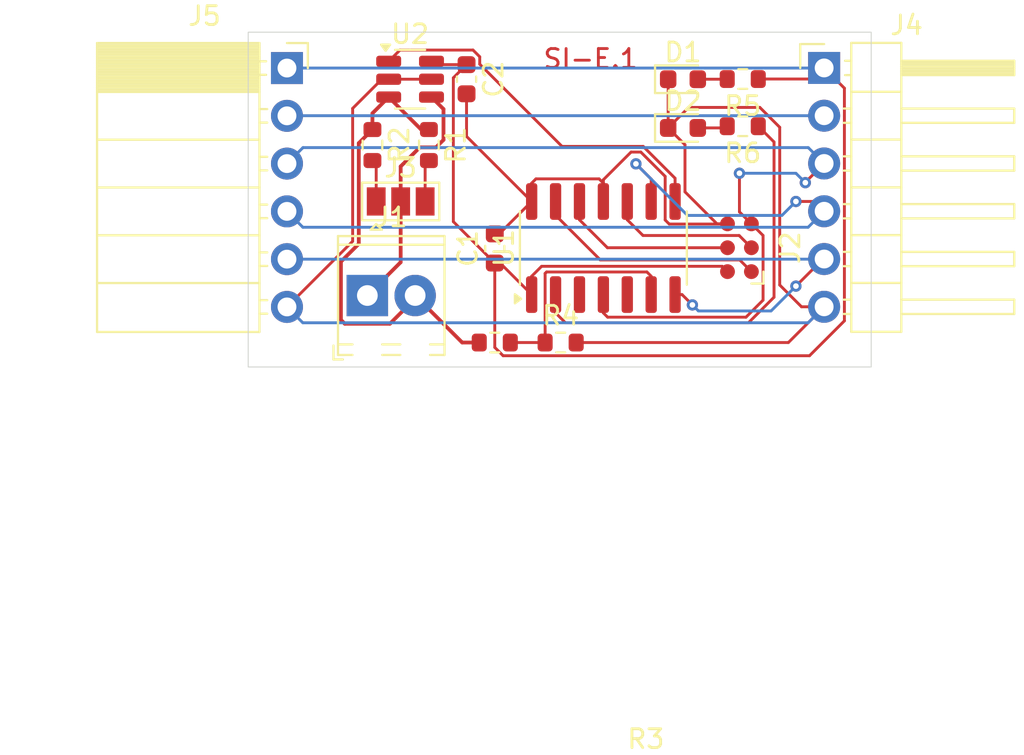
<source format=kicad_pcb>
(kicad_pcb (version 20240108) (generator "pcbnew") (generator_version "8.0")
  (layers (0 "F.Cu" signal) (31 "B.Cu" signal) (34 "B.Paste" user) (35 "F.Paste" user) (36 "B.SilkS" user "B.Silkscreen") (37 "F.SilkS" user "F.Silkscreen") (38 "B.Mask" user) (39 "F.Mask" user) (44 "Edge.Cuts" user))
  (net 0 "")
  (net 1 "+3V3")
  (net 2 "GND")
  (net 3 "Net-(D2-A)")
  (net 4 "/CS-")
  (net 5 "/CS+")
  (net 6 "/SPI_SCK")
  (net 7 "/SPI_MISO")
  (net 8 "/SPI_MOSI")
  (net 9 "/RESET")
  (net 10 "+5V")
  (net 11 "/I2C_SDA")
  (net 12 "/I2C_SCL")
  (net 13 "Net-(U1-PA7)")
  (net 14 "/STATUS")
  (net 16 "/CS_OUT")
  (net 18 "Net-(D1-A)")
  (net 19 "Net-(J3-Pin_3)")
  (net 20 "Net-(J3-Pin_1)")
  (footprint "Jumper:SolderJumper-3_P1.3mm_Open_Pad1.0x1.5mm" (layer "F.Cu") (at 149.5 101)
    (property "Reference" "J3" (at 0 -1.8 0) (layer "F.SilkS"))
    (property "Value" "Conn_01x03")
    (fp_line (start -2.05 -1) (end 2.05 -1) (stroke (width 0.12)) (layer "F.SilkS"))
    (fp_line (start -2.05 1) (end -2.05 -1) (stroke (width 0.12)) (layer "F.SilkS"))
    (fp_line (start -1.6 1.5) (end -1 1.5) (stroke (width 0.12)) (layer "F.SilkS"))
    (fp_line (start -1.3 1.2) (end -1.6 1.5) (stroke (width 0.12)) (layer "F.SilkS"))
    (fp_line (start -1.3 1.2) (end -1 1.5) (stroke (width 0.12)) (layer "F.SilkS"))
    (fp_line (start 2.05 -1) (end 2.05 1) (stroke (width 0.12)) (layer "F.SilkS"))
    (fp_line (start 2.05 1) (end -2.05 1) (stroke (width 0.12)) (layer "F.SilkS"))
    (pad "1" smd rect (at -1.3 0) (size 1 1.5) (layers "F.Cu" "F.Mask") (net 20 "Net-(J3-Pin_1)"))
    (pad "2" smd rect (at 0 0) (size 1 1.5) (layers "F.Cu" "F.Mask") (net 4 "/CS-"))
    (pad "3" smd rect (at 1.3 0) (size 1 1.5) (layers "F.Cu" "F.Mask") (net 19 "Net-(J3-Pin_3)"))
  )
  (footprint "Package_SO:SOIC-14_3.9x8.7mm_P1.27mm" (layer "F.Cu") (at 160.27 103.475 90)
    (property "Reference" "U1" (at 0 -5.28 90) (layer "F.SilkS"))
    (property "Value" "ATtiny841-SS")
    (fp_line (start 0 -4.435) (end 1.95 -4.435) (stroke (width 0.12)) (layer "F.SilkS"))
    (fp_line (start 0 -4.435) (end -1.95 -4.435) (stroke (width 0.12)) (layer "F.SilkS"))
    (fp_line (start 0 4.435) (end 1.95 4.435) (stroke (width 0.12)) (layer "F.SilkS"))
    (fp_line (start 0 4.435) (end -1.95 4.435) (stroke (width 0.12)) (layer "F.SilkS"))
    (fp_poly (pts (xy -2.7 -4.37) (xy -2.94 -4.7) (xy -2.46 -4.7) (xy -2.7 -4.37)) (stroke (width 0.12)) (fill solid) (layer "F.SilkS"))
    (pad "1" smd roundrect (at -2.475 -3.81 90) (size 1.95 0.6) (layers "F.Cu" "F.Paste" "F.Mask") (net 1 "+3V3"))
    (pad "2" smd roundrect (at -2.475 -2.54 90) (size 1.95 0.6) (layers "F.Cu" "F.Paste" "F.Mask") (net 14 "/STATUS"))
    (pad "3" smd roundrect (at -2.475 -1.27 90) (size 1.95 0.6) (layers "F.Cu" "F.Paste" "F.Mask"))
    (pad "4" smd roundrect (at -2.475 0 90) (size 1.95 0.6) (layers "F.Cu" "F.Paste" "F.Mask") (net 9 "/RESET"))
    (pad "5" smd roundrect (at -2.475 1.27 90) (size 1.95 0.6) (layers "F.Cu" "F.Paste" "F.Mask"))
    (pad "6" smd roundrect (at -2.475 2.54 90) (size 1.95 0.6) (layers "F.Cu" "F.Paste" "F.Mask") (net 13 "Net-(U1-PA7)"))
    (pad "7" smd roundrect (at -2.475 3.81 90) (size 1.95 0.6) (layers "F.Cu" "F.Paste" "F.Mask") (net 11 "/I2C_SDA"))
    (pad "8" smd roundrect (at 2.475 3.81 90) (size 1.95 0.6) (layers "F.Cu" "F.Paste" "F.Mask") (net 16 "/CS_OUT"))
    (pad "9" smd roundrect (at 2.475 2.54 90) (size 1.95 0.6) (layers "F.Cu" "F.Paste" "F.Mask") (net 12 "/I2C_SCL"))
    (pad "10" smd roundrect (at 2.475 1.27 90) (size 1.95 0.6) (layers "F.Cu" "F.Paste" "F.Mask") (net 6 "/SPI_SCK"))
    (pad "11" smd roundrect (at 2.475 0 90) (size 1.95 0.6) (layers "F.Cu" "F.Paste" "F.Mask") (net 2 "GND"))
    (pad "12" smd roundrect (at 2.475 -1.27 90) (size 1.95 0.6) (layers "F.Cu" "F.Paste" "F.Mask") (net 8 "/SPI_MOSI"))
    (pad "13" smd roundrect (at 2.475 -2.54 90) (size 1.95 0.6) (layers "F.Cu" "F.Paste" "F.Mask") (net 7 "/SPI_MISO"))
    (pad "14" smd roundrect (at 2.475 -3.81 90) (size 1.95 0.6) (layers "F.Cu" "F.Paste" "F.Mask") (net 2 "GND"))
  )
  (footprint "Connector:Tag-Connect_TC2030-IDC-NL_2x03_P1.27mm_Vertical" (layer "F.Cu") (at 167.5 103.46 90)
    (property "Reference" "J2" (at 0 2.7 90) (layer "F.SilkS"))
    (property "Value" "AVR-ISP-6")
    (fp_line (start -1.27 1.27) (end -1.905 1.27) (stroke (width 0.12)) (layer "F.SilkS"))
    (fp_line (start -1.905 1.27) (end -1.905 0.635) (stroke (width 0.12)) (layer "F.SilkS"))
    (pad "" np_thru_hole circle (at -2.54 0 90) (size 0.9906 0.9906) (drill 0.9906) (layers "*.Cu" "*.Mask"))
    (pad "" np_thru_hole circle (at 2.54 -1.016 90) (size 0.9906 0.9906) (drill 0.9906) (layers "*.Cu" "*.Mask"))
    (pad "" np_thru_hole circle (at 2.54 1.016 90) (size 0.9906 0.9906) (drill 0.9906) (layers "*.Cu" "*.Mask"))
    (pad "1" connect circle (at -1.27 0.635 90) (size 0.7874 0.7874) (layers "F.Cu" "F.Mask") (net 7 "/SPI_MISO"))
    (pad "2" connect circle (at -1.27 -0.635 90) (size 0.7874 0.7874) (layers "F.Cu" "F.Mask") (net 1 "+3V3"))
    (pad "3" connect circle (at 0 0.635 90) (size 0.7874 0.7874) (layers "F.Cu" "F.Mask") (net 6 "/SPI_SCK"))
    (pad "4" connect circle (at 0 -0.635 90) (size 0.7874 0.7874) (layers "F.Cu" "F.Mask") (net 8 "/SPI_MOSI"))
    (pad "5" connect circle (at 1.27 0.635 90) (size 0.7874 0.7874) (layers "F.Cu" "F.Mask") (net 9 "/RESET"))
    (pad "6" connect circle (at 1.27 -0.635 90) (size 0.7874 0.7874) (layers "F.Cu" "F.Mask") (net 2 "GND"))
  )
  (footprint "Resistor_SMD:R_0603_1608Metric" (layer "F.Cu") (at 167.675 97 180)
    (property "Reference" "R6" (at 0 -1.43 360) (layer "F.SilkS"))
    (property "Value" "330")
    (fp_line (start -0.237258 0.5225) (end 0.237258 0.5225) (stroke (width 0.12)) (layer "F.SilkS"))
    (fp_line (start -0.237258 -0.5225) (end 0.237258 -0.5225) (stroke (width 0.12)) (layer "F.SilkS"))
    (pad "1" smd roundrect (at -0.825 0 180) (size 0.8 0.95) (layers "F.Cu" "F.Paste" "F.Mask") (net 14 "/STATUS"))
    (pad "2" smd roundrect (at 0.825 0 180) (size 0.8 0.95) (layers "F.Cu" "F.Paste" "F.Mask") (net 3 "Net-(D2-A)"))
  )
  (footprint "Connector_PinSocket_2.54mm:PinSocket_1x06_P2.54mm_Horizontal" (layer "F.Cu") (at 143.458937 93.906666)
    (property "Reference" "J5" (at -4.38 -2.77 0) (layer "F.SilkS"))
    (property "Value" "Conn_01x06_Socket")
    (fp_line (start -10.09 -1.33) (end -10.09 14.03) (stroke (width 0.12)) (layer "F.SilkS"))
    (fp_line (start -10.09 -1.33) (end -1.46 -1.33) (stroke (width 0.12)) (layer "F.SilkS"))
    (fp_line (start -10.09 -1.21) (end -1.46 -1.21) (stroke (width 0.12)) (layer "F.SilkS"))
    (fp_line (start -10.09 -1.091905) (end -1.46 -1.091905) (stroke (width 0.12)) (layer "F.SilkS"))
    (fp_line (start -10.09 -0.97381) (end -1.46 -0.97381) (stroke (width 0.12)) (layer "F.SilkS"))
    (fp_line (start -10.09 -0.855715) (end -1.46 -0.855715) (stroke (width 0.12)) (layer "F.SilkS"))
    (fp_line (start -10.09 -0.73762) (end -1.46 -0.73762) (stroke (width 0.12)) (layer "F.SilkS"))
    (fp_line (start -10.09 -0.619525) (end -1.46 -0.619525) (stroke (width 0.12)) (layer "F.SilkS"))
    (fp_line (start -10.09 -0.50143) (end -1.46 -0.50143) (stroke (width 0.12)) (layer "F.SilkS"))
    (fp_line (start -10.09 -0.383335) (end -1.46 -0.383335) (stroke (width 0.12)) (layer "F.SilkS"))
    (fp_line (start -10.09 -0.26524) (end -1.46 -0.26524) (stroke (width 0.12)) (layer "F.SilkS"))
    (fp_line (start -10.09 -0.147145) (end -1.46 -0.147145) (stroke (width 0.12)) (layer "F.SilkS"))
    (fp_line (start -10.09 -0.02905) (end -1.46 -0.02905) (stroke (width 0.12)) (layer "F.SilkS"))
    (fp_line (start -10.09 0.089045) (end -1.46 0.089045) (stroke (width 0.12)) (layer "F.SilkS"))
    (fp_line (start -10.09 0.20714) (end -1.46 0.20714) (stroke (width 0.12)) (layer "F.SilkS"))
    (fp_line (start -10.09 0.325235) (end -1.46 0.325235) (stroke (width 0.12)) (layer "F.SilkS"))
    (fp_line (start -10.09 0.44333) (end -1.46 0.44333) (stroke (width 0.12)) (layer "F.SilkS"))
    (fp_line (start -10.09 0.561425) (end -1.46 0.561425) (stroke (width 0.12)) (layer "F.SilkS"))
    (fp_line (start -10.09 0.67952) (end -1.46 0.67952) (stroke (width 0.12)) (layer "F.SilkS"))
    (fp_line (start -10.09 0.797615) (end -1.46 0.797615) (stroke (width 0.12)) (layer "F.SilkS"))
    (fp_line (start -10.09 0.91571) (end -1.46 0.91571) (stroke (width 0.12)) (layer "F.SilkS"))
    (fp_line (start -10.09 1.033805) (end -1.46 1.033805) (stroke (width 0.12)) (layer "F.SilkS"))
    (fp_line (start -10.09 1.1519) (end -1.46 1.1519) (stroke (width 0.12)) (layer "F.SilkS"))
    (fp_line (start -10.09 1.27) (end -1.46 1.27) (stroke (width 0.12)) (layer "F.SilkS"))
    (fp_line (start -10.09 3.81) (end -1.46 3.81) (stroke (width 0.12)) (layer "F.SilkS"))
    (fp_line (start -10.09 6.35) (end -1.46 6.35) (stroke (width 0.12)) (layer "F.SilkS"))
    (fp_line (start -10.09 8.89) (end -1.46 8.89) (stroke (width 0.12)) (layer "F.SilkS"))
    (fp_line (start -10.09 11.43) (end -1.46 11.43) (stroke (width 0.12)) (layer "F.SilkS"))
    (fp_line (start -10.09 14.03) (end -1.46 14.03) (stroke (width 0.12)) (layer "F.SilkS"))
    (fp_line (start -1.46 -1.33) (end -1.46 14.03) (stroke (width 0.12)) (layer "F.SilkS"))
    (fp_line (start -1.46 -0.36) (end -1.11 -0.36) (stroke (width 0.12)) (layer "F.SilkS"))
    (fp_line (start -1.46 0.36) (end -1.11 0.36) (stroke (width 0.12)) (layer "F.SilkS"))
    (fp_line (start -1.46 2.18) (end -1.05 2.18) (stroke (width 0.12)) (layer "F.SilkS"))
    (fp_line (start -1.46 2.9) (end -1.05 2.9) (stroke (width 0.12)) (layer "F.SilkS"))
    (fp_line (start -1.46 4.72) (end -1.05 4.72) (stroke (width 0.12)) (layer "F.SilkS"))
    (fp_line (start -1.46 5.44) (end -1.05 5.44) (stroke (width 0.12)) (layer "F.SilkS"))
    (fp_line (start -1.46 7.26) (end -1.05 7.26) (stroke (width 0.12)) (layer "F.SilkS"))
    (fp_line (start -1.46 7.98) (end -1.05 7.98) (stroke (width 0.12)) (layer "F.SilkS"))
    (fp_line (start -1.46 9.8) (end -1.05 9.8) (stroke (width 0.12)) (layer "F.SilkS"))
    (fp_line (start -1.46 10.52) (end -1.05 10.52) (stroke (width 0.12)) (layer "F.SilkS"))
    (fp_line (start -1.46 12.34) (end -1.05 12.34) (stroke (width 0.12)) (layer "F.SilkS"))
    (fp_line (start -1.46 13.06) (end -1.05 13.06) (stroke (width 0.12)) (layer "F.SilkS"))
    (fp_line (start 0 -1.33) (end 1.11 -1.33) (stroke (width 0.12)) (layer "F.SilkS"))
    (fp_line (start 1.11 -1.33) (end 1.11 0) (stroke (width 0.12)) (layer "F.SilkS"))
    (pad "1" thru_hole rect (at 0 0) (size 1.7 1.7) (drill 1) (layers "*.Cu" "*.Mask") (net 1 "+3V3"))
    (pad "2" thru_hole oval (at 0 2.54) (size 1.7 1.7) (drill 1) (layers "*.Cu" "*.Mask") (net 10 "+5V"))
    (pad "3" thru_hole oval (at 0 5.08) (size 1.7 1.7) (drill 1) (layers "*.Cu" "*.Mask") (net 9 "/RESET"))
    (pad "4" thru_hole oval (at 0 7.62) (size 1.7 1.7) (drill 1) (layers "*.Cu" "*.Mask") (net 12 "/I2C_SCL"))
    (pad "5" thru_hole oval (at 0 10.16) (size 1.7 1.7) (drill 1) (layers "*.Cu" "*.Mask") (net 11 "/I2C_SDA"))
    (pad "6" thru_hole oval (at 0 12.7) (size 1.7 1.7) (drill 1) (layers "*.Cu" "*.Mask") (net 2 "GND"))
  )
  (footprint "Package_TO_SOT_SMD:SOT-23-6" (layer "F.Cu") (at 150 94.5)
    (property "Reference" "U2" (at 0 -2.4 0) (layer "F.SilkS"))
    (property "Value" "INA181")
    (fp_line (start 0 -1.56) (end -0.8 -1.56) (stroke (width 0.12)) (layer "F.SilkS"))
    (fp_line (start 0 -1.56) (end 0.8 -1.56) (stroke (width 0.12)) (layer "F.SilkS"))
    (fp_line (start 0 1.56) (end -0.8 1.56) (stroke (width 0.12)) (layer "F.SilkS"))
    (fp_line (start 0 1.56) (end 0.8 1.56) (stroke (width 0.12)) (layer "F.SilkS"))
    (fp_poly (pts (xy -1.3 -1.51) (xy -1.54 -1.84) (xy -1.06 -1.84) (xy -1.3 -1.51)) (stroke (width 0.12)) (fill solid) (layer "F.SilkS"))
    (pad "1" smd roundrect (at -1.1375 -0.95) (size 1.325 0.6) (layers "F.Cu" "F.Paste" "F.Mask") (net 16 "/CS_OUT"))
    (pad "2" smd roundrect (at -1.1375 0) (size 1.325 0.6) (layers "F.Cu" "F.Paste" "F.Mask") (net 2 "GND"))
    (pad "3" smd roundrect (at -1.1375 0.95) (size 1.325 0.6) (layers "F.Cu" "F.Paste" "F.Mask") (net 5 "/CS+"))
    (pad "4" smd roundrect (at 1.1375 0.95) (size 1.325 0.6) (layers "F.Cu" "F.Paste" "F.Mask") (net 4 "/CS-"))
    (pad "5" smd roundrect (at 1.1375 0) (size 1.325 0.6) (layers "F.Cu" "F.Paste" "F.Mask") (net 2 "GND"))
    (pad "6" smd roundrect (at 1.1375 -0.95) (size 1.325 0.6) (layers "F.Cu" "F.Paste" "F.Mask") (net 1 "+3V3"))
  )
  (footprint "Resistor_SMD:R_0603_1608Metric" (layer "F.Cu") (at 148 98 -90)
    (property "Reference" "R2" (at 0 -1.43 90) (layer "F.SilkS"))
    (property "Value" "30m")
    (fp_line (start -0.237258 0.5225) (end 0.237258 0.5225) (stroke (width 0.12)) (layer "F.SilkS"))
    (fp_line (start -0.237258 -0.5225) (end 0.237258 -0.5225) (stroke (width 0.12)) (layer "F.SilkS"))
    (pad "1" smd roundrect (at -0.825 0 270) (size 0.8 0.95) (layers "F.Cu" "F.Paste" "F.Mask") (net 5 "/CS+"))
    (pad "2" smd roundrect (at 0.825 0 270) (size 0.8 0.95) (layers "F.Cu" "F.Paste" "F.Mask") (net 20 "Net-(J3-Pin_1)"))
  )
  (footprint "LED_SMD:LED_0603_1608Metric" (layer "F.Cu") (at 164.5 97.09)
    (property "Reference" "D2" (at 0 -1.43 0) (layer "F.SilkS"))
    (property "Value" "LED")
    (fp_line (start -1.485 -0.735) (end -1.485 0.735) (stroke (width 0.12)) (layer "F.SilkS"))
    (fp_line (start -1.485 0.735) (end 0.8 0.735) (stroke (width 0.12)) (layer "F.SilkS"))
    (fp_line (start 0.8 -0.735) (end -1.485 -0.735) (stroke (width 0.12)) (layer "F.SilkS"))
    (pad "1" smd roundrect (at -0.7875 0) (size 0.875 0.95) (layers "F.Cu" "F.Paste" "F.Mask") (net 2 "GND"))
    (pad "2" smd roundrect (at 0.7875 0) (size 0.875 0.95) (layers "F.Cu" "F.Paste" "F.Mask") (net 3 "Net-(D2-A)"))
  )
  (footprint "TerminalBlock_Phoenix:TerminalBlock_Phoenix_MPT-0,5-2-2.54_1x02_P2.54mm_Horizontal" (layer "F.Cu") (at 147.73 106)
    (property "Reference" "J1" (at 1.27 -4.16 0) (layer "F.SilkS"))
    (property "Value" "Screw_Terminal_01x02")
    (fp_line (start -1.8 2.66) (end -1.8 3.4) (stroke (width 0.12)) (layer "F.SilkS"))
    (fp_line (start -1.8 3.4) (end -1.3 3.4) (stroke (width 0.12)) (layer "F.SilkS"))
    (fp_line (start -1.56 -3.16) (end -1.56 3.16) (stroke (width 0.12)) (layer "F.SilkS"))
    (fp_line (start -1.56 -3.16) (end 4.1 -3.16) (stroke (width 0.12)) (layer "F.SilkS"))
    (fp_line (start -1.56 -2.7) (end 4.1 -2.7) (stroke (width 0.12)) (layer "F.SilkS"))
    (fp_line (start -1.56 2.6) (end -0.79 2.6) (stroke (width 0.12)) (layer "F.SilkS"))
    (fp_line (start -1.56 3.16) (end -0.79 3.16) (stroke (width 0.12)) (layer "F.SilkS"))
    (fp_line (start 0.79 2.6) (end 1.75 2.6) (stroke (width 0.12)) (layer "F.SilkS"))
    (fp_line (start 0.79 3.16) (end 1.75 3.16) (stroke (width 0.12)) (layer "F.SilkS"))
    (fp_line (start 3.33 2.6) (end 4.1 2.6) (stroke (width 0.12)) (layer "F.SilkS"))
    (fp_line (start 3.33 3.16) (end 4.1 3.16) (stroke (width 0.12)) (layer "F.SilkS"))
    (fp_line (start 4.1 -3.16) (end 4.1 3.16) (stroke (width 0.12)) (layer "F.SilkS"))
    (pad "" np_thru_hole circle (at 0 2.54) (size 1.1 1.1) (drill 1.1) (layers "*.Cu" "*.Mask"))
    (pad "" np_thru_hole circle (at 2.54 2.54) (size 1.1 1.1) (drill 1.1) (layers "*.Cu" "*.Mask"))
    (pad "1" thru_hole rect (at 0 0) (size 2.2 2.2) (drill 1.1) (layers "*.Cu" "*.Mask") (net 4 "/CS-"))
    (pad "2" thru_hole circle (at 2.54 0) (size 2.2 2.2) (drill 1.1) (layers "*.Cu" "*.Mask") (net 5 "/CS+"))
  )
  (footprint "Resistor_SMD:R_0603_1608Metric" (layer "F.Cu") (at 154.5 108.5)
    (property "Reference" "R3" (at 8.0275 21.08 360) (layer "F.SilkS"))
    (property "Value" "33k")
    (fp_line (start -0.237258 -0.5225) (end 0.237258 -0.5225) (stroke (width 0.12)) (layer "F.SilkS"))
    (fp_line (start -0.237258 0.5225) (end 0.237258 0.5225) (stroke (width 0.12)) (layer "F.SilkS"))
    (pad "1" smd roundrect (at -0.825 0) (size 0.8 0.95) (layers "F.Cu" "F.Paste" "F.Mask") (net 5 "/CS+"))
    (pad "2" smd roundrect (at 0.825 0) (size 0.8 0.95) (layers "F.Cu" "F.Paste" "F.Mask") (net 13 "Net-(U1-PA7)"))
  )
  (footprint "Connector_PinHeader_2.54mm:PinHeader_1x06_P2.54mm_Horizontal" (layer "F.Cu") (at 172 93.9)
    (property "Reference" "J4" (at 4.385 -2.27 0) (layer "F.SilkS"))
    (property "Value" "Conn_01x06_Pin")
    (fp_line (start -1.27 -1.27) (end 0 -1.27) (stroke (width 0.12)) (layer "F.SilkS"))
    (fp_line (start -1.27 0) (end -1.27 -1.27) (stroke (width 0.12)) (layer "F.SilkS"))
    (fp_line (start 1.042929 2.16) (end 1.44 2.16) (stroke (width 0.12)) (layer "F.SilkS"))
    (fp_line (start 1.042929 2.92) (end 1.44 2.92) (stroke (width 0.12)) (layer "F.SilkS"))
    (fp_line (start 1.042929 4.7) (end 1.44 4.7) (stroke (width 0.12)) (layer "F.SilkS"))
    (fp_line (start 1.042929 5.46) (end 1.44 5.46) (stroke (width 0.12)) (layer "F.SilkS"))
    (fp_line (start 1.042929 7.24) (end 1.44 7.24) (stroke (width 0.12)) (layer "F.SilkS"))
    (fp_line (start 1.042929 8) (end 1.44 8) (stroke (width 0.12)) (layer "F.SilkS"))
    (fp_line (start 1.042929 9.78) (end 1.44 9.78) (stroke (width 0.12)) (layer "F.SilkS"))
    (fp_line (start 1.042929 10.54) (end 1.44 10.54) (stroke (width 0.12)) (layer "F.SilkS"))
    (fp_line (start 1.042929 12.32) (end 1.44 12.32) (stroke (width 0.12)) (layer "F.SilkS"))
    (fp_line (start 1.042929 13.08) (end 1.44 13.08) (stroke (width 0.12)) (layer "F.SilkS"))
    (fp_line (start 1.11 -0.38) (end 1.44 -0.38) (stroke (width 0.12)) (layer "F.SilkS"))
    (fp_line (start 1.11 0.38) (end 1.44 0.38) (stroke (width 0.12)) (layer "F.SilkS"))
    (fp_line (start 1.44 -1.33) (end 1.44 14.03) (stroke (width 0.12)) (layer "F.SilkS"))
    (fp_line (start 1.44 1.27) (end 4.1 1.27) (stroke (width 0.12)) (layer "F.SilkS"))
    (fp_line (start 1.44 3.81) (end 4.1 3.81) (stroke (width 0.12)) (layer "F.SilkS"))
    (fp_line (start 1.44 6.35) (end 4.1 6.35) (stroke (width 0.12)) (layer "F.SilkS"))
    (fp_line (start 1.44 8.89) (end 4.1 8.89) (stroke (width 0.12)) (layer "F.SilkS"))
    (fp_line (start 1.44 11.43) (end 4.1 11.43) (stroke (width 0.12)) (layer "F.SilkS"))
    (fp_line (start 1.44 14.03) (end 4.1 14.03) (stroke (width 0.12)) (layer "F.SilkS"))
    (fp_line (start 4.1 -1.33) (end 1.44 -1.33) (stroke (width 0.12)) (layer "F.SilkS"))
    (fp_line (start 4.1 -0.38) (end 10.1 -0.38) (stroke (width 0.12)) (layer "F.SilkS"))
    (fp_line (start 4.1 -0.32) (end 10.1 -0.32) (stroke (width 0.12)) (layer "F.SilkS"))
    (fp_line (start 4.1 -0.2) (end 10.1 -0.2) (stroke (width 0.12)) (layer "F.SilkS"))
    (fp_line (start 4.1 -0.08) (end 10.1 -0.08) (stroke (width 0.12)) (layer "F.SilkS"))
    (fp_line (start 4.1 0.04) (end 10.1 0.04) (stroke (width 0.12)) (layer "F.SilkS"))
    (fp_line (start 4.1 0.16) (end 10.1 0.16) (stroke (width 0.12)) (layer "F.SilkS"))
    (fp_line (start 4.1 0.28) (end 10.1 0.28) (stroke (width 0.12)) (layer "F.SilkS"))
    (fp_line (start 4.1 2.16) (end 10.1 2.16) (stroke (width 0.12)) (layer "F.SilkS"))
    (fp_line (start 4.1 4.7) (end 10.1 4.7) (stroke (width 0.12)) (layer "F.SilkS"))
    (fp_line (start 4.1 7.24) (end 10.1 7.24) (stroke (width 0.12)) (layer "F.SilkS"))
    (fp_line (start 4.1 9.78) (end 10.1 9.78) (stroke (width 0.12)) (layer "F.SilkS"))
    (fp_line (start 4.1 12.32) (end 10.1 12.32) (stroke (width 0.12)) (layer "F.SilkS"))
    (fp_line (start 4.1 14.03) (end 4.1 -1.33) (stroke (width 0.12)) (layer "F.SilkS"))
    (fp_line (start 10.1 -0.38) (end 10.1 0.38) (stroke (width 0.12)) (layer "F.SilkS"))
    (fp_line (start 10.1 0.38) (end 4.1 0.38) (stroke (width 0.12)) (layer "F.SilkS"))
    (fp_line (start 10.1 2.16) (end 10.1 2.92) (stroke (width 0.12)) (layer "F.SilkS"))
    (fp_line (start 10.1 2.92) (end 4.1 2.92) (stroke (width 0.12)) (layer "F.SilkS"))
    (fp_line (start 10.1 4.7) (end 10.1 5.46) (stroke (width 0.12)) (layer "F.SilkS"))
    (fp_line (start 10.1 5.46) (end 4.1 5.46) (stroke (width 0.12)) (layer "F.SilkS"))
    (fp_line (start 10.1 7.24) (end 10.1 8) (stroke (width 0.12)) (layer "F.SilkS"))
    (fp_line (start 10.1 8) (end 4.1 8) (stroke (width 0.12)) (layer "F.SilkS"))
    (fp_line (start 10.1 9.78) (end 10.1 10.54) (stroke (width 0.12)) (layer "F.SilkS"))
    (fp_line (start 10.1 10.54) (end 4.1 10.54) (stroke (width 0.12)) (layer "F.SilkS"))
    (fp_line (start 10.1 12.32) (end 10.1 13.08) (stroke (width 0.12)) (layer "F.SilkS"))
    (fp_line (start 10.1 13.08) (end 4.1 13.08) (stroke (width 0.12)) (layer "F.SilkS"))
    (pad "1" thru_hole rect (at 0 0) (size 1.7 1.7) (drill 1) (layers "*.Cu" "*.Mask") (net 1 "+3V3"))
    (pad "2" thru_hole oval (at 0 2.54) (size 1.7 1.7) (drill 1) (layers "*.Cu" "*.Mask") (net 10 "+5V"))
    (pad "3" thru_hole oval (at 0 5.08) (size 1.7 1.7) (drill 1) (layers "*.Cu" "*.Mask") (net 9 "/RESET"))
    (pad "4" thru_hole oval (at 0 7.62) (size 1.7 1.7) (drill 1) (layers "*.Cu" "*.Mask") (net 12 "/I2C_SCL"))
    (pad "5" thru_hole oval (at 0 10.16) (size 1.7 1.7) (drill 1) (layers "*.Cu" "*.Mask") (net 11 "/I2C_SDA"))
    (pad "6" thru_hole oval (at 0 12.7) (size 1.7 1.7) (drill 1) (layers "*.Cu" "*.Mask") (net 2 "GND"))
  )
  (footprint "Resistor_SMD:R_0603_1608Metric" (layer "F.Cu") (at 167.675 94.49 180)
    (property "Reference" "R5" (at 0 -1.43 360) (layer "F.SilkS"))
    (property "Value" "330")
    (fp_line (start -0.237258 0.5225) (end 0.237258 0.5225) (stroke (width 0.12)) (layer "F.SilkS"))
    (fp_line (start -0.237258 -0.5225) (end 0.237258 -0.5225) (stroke (width 0.12)) (layer "F.SilkS"))
    (pad "1" smd roundrect (at -0.825 0 180) (size 0.8 0.95) (layers "F.Cu" "F.Paste" "F.Mask") (net 1 "+3V3"))
    (pad "2" smd roundrect (at 0.825 0 180) (size 0.8 0.95) (layers "F.Cu" "F.Paste" "F.Mask") (net 18 "Net-(D1-A)"))
  )
  (footprint "Resistor_SMD:R_0603_1608Metric" (layer "F.Cu") (at 158 108.5)
    (property "Reference" "R4" (at 0 -1.43 360) (layer "F.SilkS"))
    (property "Value" "11k")
    (fp_line (start -0.237258 -0.5225) (end 0.237258 -0.5225) (stroke (width 0.12)) (layer "F.SilkS"))
    (fp_line (start -0.237258 0.5225) (end 0.237258 0.5225) (stroke (width 0.12)) (layer "F.SilkS"))
    (pad "1" smd roundrect (at -0.825 0) (size 0.8 0.95) (layers "F.Cu" "F.Paste" "F.Mask") (net 13 "Net-(U1-PA7)"))
    (pad "2" smd roundrect (at 0.825 0) (size 0.8 0.95) (layers "F.Cu" "F.Paste" "F.Mask") (net 2 "GND"))
  )
  (footprint "Capacitor_SMD:C_0603_1608Metric" (layer "F.Cu") (at 153 94.5 -90)
    (property "Reference" "C2" (at 0 -1.43 90) (layer "F.SilkS"))
    (property "Value" "C")
    (fp_line (start -0.14058 0.51) (end 0.14058 0.51) (stroke (width 0.12)) (layer "F.SilkS"))
    (fp_line (start -0.14058 -0.51) (end 0.14058 -0.51) (stroke (width 0.12)) (layer "F.SilkS"))
    (pad "1" smd roundrect (at -0.775 0 270) (size 0.9 0.95) (layers "F.Cu" "F.Paste" "F.Mask") (net 1 "+3V3"))
    (pad "2" smd roundrect (at 0.775 0 270) (size 0.9 0.95) (layers "F.Cu" "F.Paste" "F.Mask") (net 2 "GND"))
  )
  (footprint "Capacitor_SMD:C_0603_1608Metric" (layer "F.Cu") (at 154.5 103.5 90)
    (property "Reference" "C1" (at 0 -1.43 90) (layer "F.SilkS"))
    (property "Value" "0.1u")
    (fp_line (start -0.14058 -0.51) (end 0.14058 -0.51) (stroke (width 0.12)) (layer "F.SilkS"))
    (fp_line (start -0.14058 0.51) (end 0.14058 0.51) (stroke (width 0.12)) (layer "F.SilkS"))
    (pad "1" smd roundrect (at -0.775 0 90) (size 0.9 0.95) (layers "F.Cu" "F.Paste" "F.Mask") (net 1 "+3V3"))
    (pad "2" smd roundrect (at 0.775 0 90) (size 0.9 0.95) (layers "F.Cu" "F.Paste" "F.Mask") (net 2 "GND"))
  )
  (footprint "LED_SMD:LED_0603_1608Metric" (layer "F.Cu") (at 164.5 94.5)
    (property "Reference" "D1" (at 0 -1.43 0) (layer "F.SilkS"))
    (property "Value" "LED")
    (fp_line (start -1.485 -0.735) (end -1.485 0.735) (stroke (width 0.12)) (layer "F.SilkS"))
    (fp_line (start -1.485 0.735) (end 0.8 0.735) (stroke (width 0.12)) (layer "F.SilkS"))
    (fp_line (start 0.8 -0.735) (end -1.485 -0.735) (stroke (width 0.12)) (layer "F.SilkS"))
    (pad "1" smd roundrect (at -0.7875 0) (size 0.875 0.95) (layers "F.Cu" "F.Paste" "F.Mask") (net 2 "GND"))
    (pad "2" smd roundrect (at 0.7875 0) (size 0.875 0.95) (layers "F.Cu" "F.Paste" "F.Mask") (net 18 "Net-(D1-A)"))
  )
  (footprint "Resistor_SMD:R_0603_1608Metric" (layer "F.Cu") (at 151 98 -90)
    (property "Reference" "R1" (at 0 -1.43 90) (layer "F.SilkS"))
    (property "Value" "3m")
    (fp_line (start -0.237258 0.5225) (end 0.237258 0.5225) (stroke (width 0.12)) (layer "F.SilkS"))
    (fp_line (start -0.237258 -0.5225) (end 0.237258 -0.5225) (stroke (width 0.12)) (layer "F.SilkS"))
    (pad "1" smd roundrect (at -0.825 0 270) (size 0.8 0.95) (layers "F.Cu" "F.Paste" "F.Mask") (net 5 "/CS+"))
    (pad "2" smd roundrect (at 0.825 0 270) (size 0.8 0.95) (layers "F.Cu" "F.Paste" "F.Mask") (net 19 "Net-(J3-Pin_3)"))
  )
  (gr_rect (start 141.4 92) (end 174.5 109.8) (stroke (width 0.05)) (fill none) (layer "Edge.Cuts"))
  (gr_text "SI-E.1" (at 157 94 0) (layer "F.Cu") (effects (font (size 1 1)) (justify left bottom)))
  (segment (start 166.865 104.73) (end 166.5814 104.4464) (width 0.1524) (layer "F.Cu") (net 1))
  (segment (start 156.988601 104.4464) (end 156.46 104.975001) (width 0.1524) (layer "F.Cu") (net 1))
  (segment (start 154.94292 109.2012) (end 171.2226 109.2012) (width 0.1524) (layer "F.Cu") (net 1))
  (segment (start 153 93.725) (end 152.2988 94.4262) (width 0.1524) (layer "F.Cu") (net 1))
  (segment (start 154.5 104.275) (end 154.5 108.75828) (width 0.1524) (layer "F.Cu") (net 1))
  (segment (start 173.0762 94.9762) (end 172 93.9) (width 0.1524) (layer "F.Cu") (net 1))
  (segment (start 166.5814 104.4464) (end 156.988601 104.4464) (width 0.1524) (layer "F.Cu") (net 1))
  (segment (start 168.5 94.49) (end 171.41 94.49) (width 0.1524) (layer "F.Cu") (net 1))
  (segment (start 154.785 104.275) (end 156.46 105.95) (width 0.1524) (layer "F.Cu") (net 1))
  (segment (start 153 93.725) (end 151.3125 93.725) (width 0.1524) (layer "F.Cu") (net 1))
  (segment (start 154.5 108.75828) (end 154.94292 109.2012) (width 0.1524) (layer "F.Cu") (net 1))
  (segment (start 154.5 104.275) (end 154.785 104.275) (width 0.1524) (layer "F.Cu") (net 1))
  (segment (start 152.2988 102.0738) (end 154.5 104.275) (width 0.1524) (layer "F.Cu") (net 1))
  (segment (start 156.46 104.975001) (end 156.46 105.95) (width 0.1524) (layer "F.Cu") (net 1))
  (segment (start 173.0762 107.3476) (end 173.0762 94.9762) (width 0.1524) (layer "F.Cu") (net 1))
  (segment (start 152.2988 94.4262) (end 152.2988 102.0738) (width 0.1524) (layer "F.Cu") (net 1))
  (segment (start 151.3125 93.725) (end 151.1375 93.55) (width 0.1524) (layer "F.Cu") (net 1))
  (segment (start 171.41 94.49) (end 172 93.9) (width 0.1524) (layer "F.Cu") (net 1))
  (segment (start 171.2226 109.2012) (end 173.0762 107.3476) (width 0.1524) (layer "F.Cu") (net 1))
  (segment (start 143.458937 93.906666) (end 171.993334 93.906666) (width 0.1524) (layer "B.Cu") (net 1))
  (segment (start 171.993334 93.906666) (end 172 93.9) (width 0.1524) (layer "B.Cu") (net 1))
  (segment (start 168.58328 96) (end 164.8025 96) (width 0.1524) (layer "F.Cu") (net 2))
  (segment (start 148.8625 94.5) (end 151.1375 94.5) (width 0.1524) (layer "F.Cu") (net 2))
  (segment (start 166.865 102.19) (end 166.308225 102.19) (width 0.1524) (layer "F.Cu") (net 2))
  (segment (start 161.740619 98.3738) (end 162.259381 98.3738) (width 0.1524) (layer "F.Cu") (net 2))
  (segment (start 169.6399 105.441981) (end 169.6399 97.05662) (width 0.1524) (layer "F.Cu") (net 2))
  (segment (start 156.46 100.025001) (end 156.46 101) (width 0.1524) (layer "F.Cu") (net 2))
  (segment (start 143.458937 106.606666) (end 146.9488 103.116803) (width 0.1524) (layer "F.Cu") (net 2))
  (segment (start 160.27 99.844419) (end 161.740619 98.3738) (width 0.1524) (layer "F.Cu") (net 2))
  (segment (start 146.9488 103.116803) (end 146.9488 96.0512) (width 0.1524) (layer "F.Cu") (net 2))
  (segment (start 163.5538 99.668219) (end 163.5538 101.984984) (width 0.1524) (layer "F.Cu") (net 2))
  (segment (start 148.5 94.5) (end 148.8625 94.5) (width 0.1524) (layer "F.Cu") (net 2))
  (segment (start 170.1 108.5) (end 172 106.6) (width 0.1524) (layer "F.Cu") (net 2))
  (segment (start 164.6062 100.487975) (end 164.6062 97.9837) (width 0.1524) (layer "F.Cu") (net 2))
  (segment (start 164.6062 97.9837) (end 163.7125 97.09) (width 0.1524) (layer "F.Cu") (net 2))
  (segment (start 166.308225 102.19) (end 164.6062 100.487975) (width 0.1524) (layer "F.Cu") (net 2))
  (segment (start 160.27 101) (end 160.27 100.025001) (width 0.1524) (layer "F.Cu") (net 2))
  (segment (start 163.770016 102.2012) (end 166.8538 102.2012) (width 0.1524) (layer "F.Cu") (net 2))
  (segment (start 156.686201 99.7988) (end 156.46 100.025001) (width 0.1524) (layer "F.Cu") (net 2))
  (segment (start 153 97.54) (end 156.46 101) (width 0.1524) (layer "F.Cu") (net 2))
  (segment (start 146.9488 96.0512) (end 148.5 94.5) (width 0.1524) (layer "F.Cu") (net 2))
  (segment (start 163.7125 94.5) (end 163.7125 97.09) (width 0.1524) (layer "F.Cu") (net 2))
  (segment (start 164.8025 96) (end 163.7125 97.09) (width 0.1524) (layer "F.Cu") (net 2))
  (segment (start 160.27 100.025001) (end 160.27 99.844419) (width 0.1524) (layer "F.Cu") (net 2))
  (segment (start 160.27 100.025001) (end 160.043799 99.7988) (width 0.1524) (layer "F.Cu") (net 2))
  (segment (start 172 106.6) (end 170.797919 106.6) (width 0.1524) (layer "F.Cu") (net 2))
  (segment (start 163.5538 101.984984) (end 163.770016 102.2012) (width 0.1524) (layer "F.Cu") (net 2))
  (segment (start 169.6399 97.05662) (end 168.58328 96) (width 0.1524) (layer "F.Cu") (net 2))
  (segment (start 160.043799 99.7988) (end 156.686201 99.7988) (width 0.1524) (layer "F.Cu") (net 2))
  (segment (start 166.8538 102.2012) (end 166.865 102.19) (width 0.1524) (layer "F.Cu") (net 2))
  (segment (start 158.825 108.5) (end 170.1 108.5) (width 0.1524) (layer "F.Cu") (net 2))
  (segment (start 154.5 102.725) (end 154.735 102.725) (width 0.1524) (layer "F.Cu") (net 2))
  (segment (start 153 95.275) (end 153 97.54) (width 0.1524) (layer "F.Cu") (net 2))
  (segment (start 162.259381 98.3738) (end 163.5538 99.668219) (width 0.1524) (layer "F.Cu") (net 2))
  (segment (start 154.735 102.725) (end 156.46 101) (width 0.1524) (layer "F.Cu") (net 2))
  (segment (start 170.797919 106.6) (end 169.6399 105.441981) (width 0.1524) (layer "F.Cu") (net 2))
  (segment (start 144.302271 107.45) (end 143.458937 106.606666) (width 0.1524) (layer "B.Cu") (net 2))
  (segment (start 171.15 107.45) (end 144.302271 107.45) (width 0.1524) (layer "B.Cu") (net 2))
  (segment (start 172 106.6) (end 171.15 107.45) (width 0.1524) (layer "B.Cu") (net 2))
  (segment (start 165.2875 97.09) (end 166.76 97.09) (width 0.1524) (layer "F.Cu") (net 3))
  (segment (start 166.76 97.09) (end 166.85 97) (width 0.1524) (layer "F.Cu") (net 3))
  (segment (start 151.775 97.725) (end 151.375 98.125) (width 0.2) (layer "F.Cu") (net 4))
  (segment (start 149.5 104.23) (end 147.73 106) (width 0.2) (layer "F.Cu") (net 4))
  (segment (start 151.775 96.0875) (end 151.775 97.725) (width 0.2) (layer "F.Cu") (net 4))
  (segment (start 149.5 101) (end 149.5 104.23) (width 0.2) (layer "F.Cu") (net 4))
  (segment (start 151.375 98.125) (end 150.512352 98.125) (width 0.2) (layer "F.Cu") (net 4))
  (segment (start 149.5 99.137352) (end 149.5 101) (width 0.2) (layer "F.Cu") (net 4))
  (segment (start 151.1375 95.45) (end 151.775 96.0875) (width 0.2) (layer "F.Cu") (net 4))
  (segment (start 150.512352 98.125) (end 149.5 99.137352) (width 0.2) (layer "F.Cu") (net 4))
  (segment (start 148 97.175) (end 148 96.3125) (width 0.2) (layer "F.Cu") (net 5))
  (segment (start 146.53 107.5) (end 146.3262 107.2962) (width 0.2) (layer "F.Cu") (net 5))
  (segment (start 153.675 108.5) (end 152.77 108.5) (width 0.2) (layer "F.Cu") (net 5))
  (segment (start 148 96.3125) (end 148.8625 95.45) (width 0.2) (layer "F.Cu") (net 5))
  (segment (start 151 97.175) (end 150.5875 97.175) (width 0.2) (layer "F.Cu") (net 5))
  (segment (start 150.27 106.16) (end 148.93 107.5) (width 0.2) (layer "F.Cu") (net 5))
  (segment (start 146.3262 104.200719) (end 147.275 103.251919) (width 0.2) (layer "F.Cu") (net 5))
  (segment (start 146.3262 107.2962) (end 146.3262 104.200719) (width 0.2) (layer "F.Cu") (net 5))
  (segment (start 148.93 107.5) (end 146.53 107.5) (width 0.2) (layer "F.Cu") (net 5))
  (segment (start 147.275 97.9) (end 148 97.175) (width 0.2) (layer "F.Cu") (net 5))
  (segment (start 150.5875 97.175) (end 148.8625 95.45) (width 0.2) (layer "F.Cu") (net 5))
  (segment (start 152.77 108.5) (end 150.27 106) (width 0.2) (layer "F.Cu") (net 5))
  (segment (start 147.275 103.251919) (end 147.275 97.9) (width 0.2) (layer "F.Cu") (net 5))
  (segment (start 150.27 106) (end 150.27 106.16) (width 0.2) (layer "F.Cu") (net 5))
  (segment (start 167.4849 102.8099) (end 162.374901 102.8099) (width 0.1524) (layer "F.Cu") (net 6))
  (segment (start 161.54 101.974999) (end 161.54 101) (width 0.1524) (layer "F.Cu") (net 6))
  (segment (start 168.135 103.46) (end 167.4849 102.8099) (width 0.1524) (layer "F.Cu") (net 6))
  (segment (start 162.374901 102.8099) (end 161.54 101.974999) (width 0.1524) (layer "F.Cu") (net 6))
  (segment (start 168.135 104.73) (end 167.5151 104.1101) (width 0.1524) (layer "F.Cu") (net 7))
  (segment (start 167.5151 104.1101) (end 160.1101 104.1101) (width 0.1524) (layer "F.Cu") (net 7))
  (segment (start 160.1101 104.1101) (end 157.73 101.73) (width 0.1524) (layer "F.Cu") (net 7))
  (segment (start 157.73 101.73) (end 157.73 101) (width 0.1524) (layer "F.Cu") (net 7))
  (segment (start 160.485001 103.46) (end 159 101.974999) (width 0.1524) (layer "F.Cu") (net 8))
  (segment (start 166.865 103.46) (end 160.485001 103.46) (width 0.1524) (layer "F.Cu") (net 8))
  (segment (start 159 101.974999) (end 159 101) (width 0.1524) (layer "F.Cu") (net 8))
  (segment (start 168.135 102.19) (end 167.5 101.555) (width 0.1524) (layer "F.Cu") (net 9))
  (segment (start 168.7549 102.8099) (end 168.7549 106.2451) (width 0.1524) (layer "F.Cu") (net 9))
  (segment (start 171 100) (end 171 99.98) (width 0.1524) (layer "F.Cu") (net 9))
  (segment (start 171 99.98) (end 172 98.98) (width 0.1524) (layer "F.Cu") (net 9))
  (segment (start 160.496201 107.1512) (end 160.27 106.924999) (width 0.1524) (layer "F.Cu") (net 9))
  (segment (start 168.135 102.19) (end 168.7549 102.8099) (width 0.1524) (layer "F.Cu") (net 9))
  (segment (start 167.5 101.555) (end 167.5 99.5) (width 0.1524) (layer "F.Cu") (net 9))
  (segment (start 168.7549 106.2451) (end 167.8488 107.1512) (width 0.1524) (layer "F.Cu") (net 9))
  (segment (start 167.8488 107.1512) (end 160.496201 107.1512) (width 0.1524) (layer "F.Cu") (net 9))
  (segment (start 160.27 106.924999) (end 160.27 105.95) (width 0.1524) (layer "F.Cu") (net 9))
  (via (at 171 100) (size 0.6) (drill 0) (layers "F.Cu" "B.Cu") (net 9))
  (via (at 167.5 99.5) (size 0.6) (drill 0) (layers "F.Cu" "B.Cu") (net 9))
  (segment (start 144.308937 98.136666) (end 171.156666 98.136666) (width 0.1524) (layer "B.Cu") (net 9))
  (segment (start 143.458937 98.986666) (end 144.308937 98.136666) (width 0.1524) (layer "B.Cu") (net 9))
  (segment (start 167.5 99.5) (end 170.5 99.5) (width 0.1524) (layer "B.Cu") (net 9))
  (segment (start 170.5 99.5) (end 171 100) (width 0.1524) (layer "B.Cu") (net 9))
  (segment (start 171.156666 98.136666) (end 172 98.98) (width 0.1524) (layer "B.Cu") (net 9))
  (segment (start 172 96.44) (end 143.465603 96.44) (width 0.1524) (layer "B.Cu") (net 10))
  (segment (start 143.465603 96.44) (end 143.458937 96.446666) (width 0.1524) (layer "B.Cu") (net 10))
  (segment (start 164.45 105.95) (end 165 106.5) (width 0.1524) (layer "F.Cu") (net 11))
  (segment (start 171.94 104.06) (end 172 104.06) (width 0.1524) (layer "F.Cu") (net 11))
  (segment (start 170.5 105.5) (end 171.94 104.06) (width 0.1524) (layer "F.Cu") (net 11))
  (segment (start 164.08 105.95) (end 164.45 105.95) (width 0.1524) (layer "F.Cu") (net 11))
  (via (at 170.5 105.5) (size 0.6) (drill 0) (layers "F.Cu" "B.Cu") (net 11))
  (via (at 165 106.5) (size 0.6) (drill 0) (layers "F.Cu" "B.Cu") (net 11))
  (segment (start 165 106.5) (end 165.3215 106.8215) (width 0.1524) (layer "B.Cu") (net 11))
  (segment (start 171.993334 104.066666) (end 172 104.06) (width 0.1524) (layer "B.Cu") (net 11))
  (segment (start 165.3215 106.8215) (end 169.1785 106.8215) (width 0.1524) (layer "B.Cu") (net 11))
  (segment (start 143.458937 104.066666) (end 171.993334 104.066666) (width 0.1524) (layer "B.Cu") (net 11))
  (segment (start 169.1785 106.8215) (end 170.5 105.5) (width 0.1524) (layer "B.Cu") (net 11))
  (segment (start 170.5 101) (end 171.48 101) (width 0.1524) (layer "F.Cu") (net 12))
  (segment (start 162.81 101) (end 162.81 99.81) (width 0.1524) (layer "F.Cu") (net 12))
  (segment (start 162.81 99.81) (end 162 99) (width 0.1524) (layer "F.Cu") (net 12))
  (segment (start 171.48 101) (end 172 101.52) (width 0.1524) (layer "F.Cu") (net 12))
  (via (at 162 99) (size 0.6) (drill 0) (layers "F.Cu" "B.Cu") (net 12))
  (via (at 170.5 101) (size 0.6) (drill 0) (layers "F.Cu" "B.Cu") (net 12))
  (segment (start 162 99) (end 164.7415 101.7415) (width 0.1524) (layer "B.Cu") (net 12))
  (segment (start 171.15 102.37) (end 144.302271 102.37) (width 0.1524) (layer "B.Cu") (net 12))
  (segment (start 169.7585 101.7415) (end 170.5 101) (width 0.1524) (layer "B.Cu") (net 12))
  (segment (start 164.7415 101.7415) (end 169.7585 101.7415) (width 0.1524) (layer "B.Cu") (net 12))
  (segment (start 172 101.52) (end 171.15 102.37) (width 0.1524) (layer "B.Cu") (net 12))
  (segment (start 144.302271 102.37) (end 143.458937 101.526666) (width 0.1524) (layer "B.Cu") (net 12))
  (segment (start 162.583799 104.7488) (end 157.2512 104.7488) (width 0.1524) (layer "F.Cu") (net 13))
  (segment (start 162.81 105.95) (end 162.81 104.975001) (width 0.1524) (layer "F.Cu") (net 13))
  (segment (start 157.2512 104.7488) (end 157.175 104.825) (width 0.1524) (layer "F.Cu") (net 13))
  (segment (start 157.175 104.825) (end 157.175 108.5) (width 0.1524) (layer "F.Cu") (net 13))
  (segment (start 155.325 108.5) (end 157.175 108.5) (width 0.1524) (layer "F.Cu") (net 13))
  (segment (start 162.81 104.975001) (end 162.583799 104.7488) (width 0.1524) (layer "F.Cu") (net 13))
  (segment (start 157.73 106.924999) (end 158.258601 107.4536) (width 0.1524) (layer "F.Cu") (net 14))
  (segment (start 158.258601 107.4536) (end 167.974058 107.4536) (width 0.1524) (layer "F.Cu") (net 14))
  (segment (start 167.974058 107.4536) (end 169.3375 106.090158) (width 0.1524) (layer "F.Cu") (net 14))
  (segment (start 169.3375 106.090158) (end 169.3375 97.8375) (width 0.1524) (layer "F.Cu") (net 14))
  (segment (start 169.3375 97.8375) (end 168.5 97) (width 0.1524) (layer "F.Cu") (net 14))
  (segment (start 157.73 105.95) (end 157.73 106.924999) (width 0.1524) (layer "F.Cu") (net 14))
  (segment (start 162.384639 98.0714) (end 164.08 99.766761) (width 0.1524) (layer "F.Cu") (net 16))
  (segment (start 153.7012 93.7012) (end 158.0714 98.0714) (width 0.1524) (layer "F.Cu") (net 16))
  (segment (start 148.8625 93.55) (end 149.4625 92.95) (width 0.1524) (layer "F.Cu") (net 16))
  (segment (start 149.4625 92.95) (end 153.344328 92.95) (width 0.1524) (layer "F.Cu") (net 16))
  (segment (start 158.0714 98.0714) (end 162.384639 98.0714) (width 0.1524) (layer "F.Cu") (net 16))
  (segment (start 164.08 99.766761) (end 164.08 101) (width 0.1524) (layer "F.Cu") (net 16))
  (segment (start 153.7012 93.306872) (end 153.7012 93.7012) (width 0.1524) (layer "F.Cu") (net 16))
  (segment (start 153.344328 92.95) (end 153.7012 93.306872) (width 0.1524) (layer "F.Cu") (net 16))
  (segment (start 165.2875 94.5) (end 166.84 94.5) (width 0.1524) (layer "F.Cu") (net 18))
  (segment (start 166.84 94.5) (end 166.85 94.49) (width 0.1524) (layer "F.Cu") (net 18))
  (segment (start 150.8 101) (end 150.8 99.025) (width 0.1524) (layer "F.Cu") (net 19))
  (segment (start 150.8 99.025) (end 151 98.825) (width 0.1524) (layer "F.Cu") (net 19))
  (segment (start 148.2 99.025) (end 148 98.825) (width 0.1524) (layer "F.Cu") (net 20))
  (segment (start 148.2 101) (end 148.2 99.025) (width 0.1524) (layer "F.Cu") (net 20))
)
</source>
